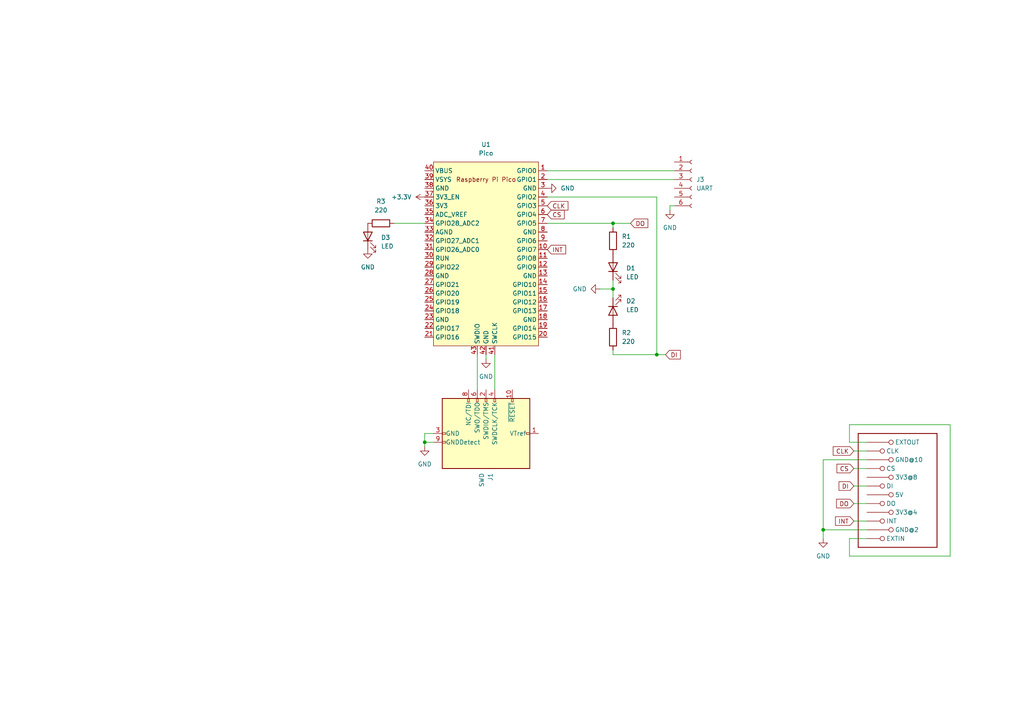
<source format=kicad_sch>
(kicad_sch (version 20211123) (generator eeschema)
  (paper "A4")
  (lib_symbols
    (symbol "Connector:Conn_01x06_Female" (pin_names (offset 1.016) hide)
      (property "Reference" "J" (at 0 7.62 0))
      (property "Value" "Conn_01x06_Female" (at 0 -10.16 0))
      (symbol "Conn_01x06_Female_1_1"
        (arc (start 0 -7.112) (mid -0.508 -7.62) (end 0 -8.128) (stroke (width 0.1524)))
        (arc (start 0 -4.572) (mid -0.508 -5.08) (end 0 -5.588) (stroke (width 0.1524)))
        (arc (start 0 -2.032) (mid -0.508 -2.54) (end 0 -3.048) (stroke (width 0.1524)))
        (polyline (pts (xy -1.27 -7.62) (xy -0.508 -7.62)) (stroke (width 0.1524)))
        (polyline (pts (xy -1.27 -5.08) (xy -0.508 -5.08)) (stroke (width 0.1524)))
        (polyline (pts (xy -1.27 -2.54) (xy -0.508 -2.54)) (stroke (width 0.1524)))
        (polyline (pts (xy -1.27 0) (xy -0.508 0)) (stroke (width 0.1524)))
        (polyline (pts (xy -1.27 2.54) (xy -0.508 2.54)) (stroke (width 0.1524)))
        (polyline (pts (xy -1.27 5.08) (xy -0.508 5.08)) (stroke (width 0.1524)))
        (arc (start 0 0.508) (mid -0.508 0) (end 0 -0.508) (stroke (width 0.1524)))
        (arc (start 0 3.048) (mid -0.508 2.54) (end 0 2.032) (stroke (width 0.1524)))
        (arc (start 0 5.588) (mid -0.508 5.08) (end 0 4.572) (stroke (width 0.1524)))
        (pin passive line (at -5.08 5.08 0) (length 3.81) (name "Pin_1") (number "1"))
        (pin passive line (at -5.08 2.54 0) (length 3.81) (name "Pin_2") (number "2"))
        (pin passive line (at -5.08 0 0) (length 3.81) (name "Pin_3") (number "3"))
        (pin passive line (at -5.08 -2.54 0) (length 3.81) (name "Pin_4") (number "4"))
        (pin passive line (at -5.08 -5.08 0) (length 3.81) (name "Pin_5") (number "5"))
        (pin passive line (at -5.08 -7.62 0) (length 3.81) (name "Pin_6") (number "6"))
      )
    )
    (symbol "Connector:Conn_ARM_JTAG_SWD_10" (pin_names (offset 1.016))
      (property "Reference" "J" (at -2.54 16.51 0))
      (property "Value" "Conn_ARM_JTAG_SWD_10" (at -2.54 13.97 0))
      (symbol "Conn_ARM_JTAG_SWD_10_0_1"
        (rectangle (start -10.16 12.7) (end 10.16 -12.7) (stroke (width 0.254)) (fill (type background)))
        (rectangle (start -2.794 -12.7) (end -2.286 -11.684))
        (rectangle (start -0.254 -12.7) (end 0.254 -11.684))
        (rectangle (start -0.254 12.7) (end 0.254 11.684))
        (rectangle (start 9.144 2.286) (end 10.16 2.794))
        (rectangle (start 10.16 -2.794) (end 9.144 -2.286))
        (rectangle (start 10.16 -0.254) (end 9.144 0.254))
        (rectangle (start 10.16 7.874) (end 9.144 7.366))
      )
      (symbol "Conn_ARM_JTAG_SWD_10_1_1"
        (rectangle (start 9.144 -5.334) (end 10.16 -4.826))
        (pin power_in line (at 0 15.24 270) (length 2.54) (name "VTref") (number "1"))
        (pin open_collector line (at 12.7 7.62 180) (length 2.54) (name "~{RESET}") (number "10"))
        (pin bidirectional line (at 12.7 0 180) (length 2.54) (name "SWDIO/TMS") (number "2"))
        (pin power_in line (at 0 -15.24 90) (length 2.54) (name "GND") (number "3"))
        (pin output line (at 12.7 2.54 180) (length 2.54) (name "SWDCLK/TCK") (number "4"))
        (pin passive line (at 0 -15.24 90) (length 2.54) hide (name "GND") (number "5"))
        (pin input line (at 12.7 -2.54 180) (length 2.54) (name "SWO/TDO") (number "6"))
        (pin no_connect line (at -10.16 0 0) (length 2.54) hide (name "KEY") (number "7"))
        (pin output line (at 12.7 -5.08 180) (length 2.54) (name "NC/TDI") (number "8"))
        (pin passive line (at -2.54 -15.24 90) (length 2.54) (name "GNDDetect") (number "9"))
      )
    )
    (symbol "Device:LED" (pin_numbers hide) (pin_names (offset 1.016) hide)
      (property "Reference" "D" (at 0 2.54 0))
      (property "Value" "LED" (at 0 -2.54 0))
      (symbol "LED_0_1"
        (polyline (pts (xy -1.27 -1.27) (xy -1.27 1.27)) (stroke (width 0.254)))
        (polyline (pts (xy -1.27 0) (xy 1.27 0)))
        (polyline (pts (xy 1.27 -1.27) (xy 1.27 1.27) (xy -1.27 0) (xy 1.27 -1.27)) (stroke (width 0.254)))
        (polyline (pts (xy -3.048 -0.762) (xy -4.572 -2.286) (xy -3.81 -2.286) (xy -4.572 -2.286) (xy -4.572 -1.524)))
        (polyline (pts (xy -1.778 -0.762) (xy -3.302 -2.286) (xy -2.54 -2.286) (xy -3.302 -2.286) (xy -3.302 -1.524)))
      )
      (symbol "LED_1_1"
        (pin passive line (at -3.81 0 0) (length 2.54) (name "K") (number "1"))
        (pin passive line (at 3.81 0 180) (length 2.54) (name "A") (number "2"))
      )
    )
    (symbol "Device:R" (pin_numbers hide) (pin_names (offset 0))
      (property "Reference" "R" (at 2.032 0 90))
      (property "Value" "R" (at 0 0 90))
      (symbol "R_0_1"
        (rectangle (start -1.016 -2.54) (end 1.016 2.54) (stroke (width 0.254)))
      )
      (symbol "R_1_1"
        (pin passive line (at 0 3.81 270) (length 1.27) (name "~") (number "1"))
        (pin passive line (at 0 -3.81 90) (length 1.27) (name "~") (number "2"))
      )
    )
    (symbol "MCU_RaspberryPi_and_Boards:Pico"
      (property "Reference" "U" (at -13.97 27.94 0))
      (property "Value" "Pico" (at 0 19.05 0))
      (symbol "Pico_0_0"
        (text "Raspberry Pi Pico" (at 0 21.59 0) (effects (font (size 1.27 1.27))))
      )
      (symbol "Pico_0_1"
        (rectangle (start -15.24 26.67) (end 15.24 -26.67) (fill (type background)))
      )
      (symbol "Pico_1_1"
        (pin bidirectional line (at -17.78 24.13 0) (length 2.54) (name "GPIO0") (number "1"))
        (pin bidirectional line (at -17.78 1.27 0) (length 2.54) (name "GPIO7") (number "10"))
        (pin bidirectional line (at -17.78 -1.27 0) (length 2.54) (name "GPIO8") (number "11"))
        (pin bidirectional line (at -17.78 -3.81 0) (length 2.54) (name "GPIO9") (number "12"))
        (pin power_in line (at -17.78 -6.35 0) (length 2.54) (name "GND") (number "13"))
        (pin bidirectional line (at -17.78 -8.89 0) (length 2.54) (name "GPIO10") (number "14"))
        (pin bidirectional line (at -17.78 -11.43 0) (length 2.54) (name "GPIO11") (number "15"))
        (pin bidirectional line (at -17.78 -13.97 0) (length 2.54) (name "GPIO12") (number "16"))
        (pin bidirectional line (at -17.78 -16.51 0) (length 2.54) (name "GPIO13") (number "17"))
        (pin power_in line (at -17.78 -19.05 0) (length 2.54) (name "GND") (number "18"))
        (pin bidirectional line (at -17.78 -21.59 0) (length 2.54) (name "GPIO14") (number "19"))
        (pin bidirectional line (at -17.78 21.59 0) (length 2.54) (name "GPIO1") (number "2"))
        (pin bidirectional line (at -17.78 -24.13 0) (length 2.54) (name "GPIO15") (number "20"))
        (pin bidirectional line (at 17.78 -24.13 180) (length 2.54) (name "GPIO16") (number "21"))
        (pin bidirectional line (at 17.78 -21.59 180) (length 2.54) (name "GPIO17") (number "22"))
        (pin power_in line (at 17.78 -19.05 180) (length 2.54) (name "GND") (number "23"))
        (pin bidirectional line (at 17.78 -16.51 180) (length 2.54) (name "GPIO18") (number "24"))
        (pin bidirectional line (at 17.78 -13.97 180) (length 2.54) (name "GPIO19") (number "25"))
        (pin bidirectional line (at 17.78 -11.43 180) (length 2.54) (name "GPIO20") (number "26"))
        (pin bidirectional line (at 17.78 -8.89 180) (length 2.54) (name "GPIO21") (number "27"))
        (pin power_in line (at 17.78 -6.35 180) (length 2.54) (name "GND") (number "28"))
        (pin bidirectional line (at 17.78 -3.81 180) (length 2.54) (name "GPIO22") (number "29"))
        (pin power_in line (at -17.78 19.05 0) (length 2.54) (name "GND") (number "3"))
        (pin input line (at 17.78 -1.27 180) (length 2.54) (name "RUN") (number "30"))
        (pin bidirectional line (at 17.78 1.27 180) (length 2.54) (name "GPIO26_ADC0") (number "31"))
        (pin bidirectional line (at 17.78 3.81 180) (length 2.54) (name "GPIO27_ADC1") (number "32"))
        (pin power_in line (at 17.78 6.35 180) (length 2.54) (name "AGND") (number "33"))
        (pin bidirectional line (at 17.78 8.89 180) (length 2.54) (name "GPIO28_ADC2") (number "34"))
        (pin power_in line (at 17.78 11.43 180) (length 2.54) (name "ADC_VREF") (number "35"))
        (pin power_in line (at 17.78 13.97 180) (length 2.54) (name "3V3") (number "36"))
        (pin input line (at 17.78 16.51 180) (length 2.54) (name "3V3_EN") (number "37"))
        (pin bidirectional line (at 17.78 19.05 180) (length 2.54) (name "GND") (number "38"))
        (pin power_in line (at 17.78 21.59 180) (length 2.54) (name "VSYS") (number "39"))
        (pin bidirectional line (at -17.78 16.51 0) (length 2.54) (name "GPIO2") (number "4"))
        (pin power_in line (at 17.78 24.13 180) (length 2.54) (name "VBUS") (number "40"))
        (pin input line (at -2.54 -29.21 90) (length 2.54) (name "SWCLK") (number "41"))
        (pin power_in line (at 0 -29.21 90) (length 2.54) (name "GND") (number "42"))
        (pin bidirectional line (at 2.54 -29.21 90) (length 2.54) (name "SWDIO") (number "43"))
        (pin bidirectional line (at -17.78 13.97 0) (length 2.54) (name "GPIO3") (number "5"))
        (pin bidirectional line (at -17.78 11.43 0) (length 2.54) (name "GPIO4") (number "6"))
        (pin bidirectional line (at -17.78 8.89 0) (length 2.54) (name "GPIO5") (number "7"))
        (pin power_in line (at -17.78 6.35 0) (length 2.54) (name "GND") (number "8"))
        (pin bidirectional line (at -17.78 3.81 0) (length 2.54) (name "GPIO6") (number "9"))
      )
    )
    (symbol "gc_memcard:GC_MEMCARD"
      (symbol "GC_MEMCARD_1_0"
        (polyline (pts (xy -15.24 -10.16) (xy -15.24 12.7)) (stroke (width 0.254)))
        (polyline (pts (xy -15.24 12.7) (xy 17.78 12.7)) (stroke (width 0.254)))
        (polyline (pts (xy 17.78 -10.16) (xy -15.24 -10.16)) (stroke (width 0.254)))
        (polyline (pts (xy 17.78 12.7) (xy 17.78 -10.16)) (stroke (width 0.254)))
        (pin bidirectional inverted (at 15.24 10.16 270) (length 5.08) (name "EXTIN") (number "1"))
        (pin bidirectional inverted (at -7.62 10.16 270) (length 7.62) (name "GND@10") (number "10"))
        (pin bidirectional inverted (at -10.16 10.16 270) (length 5.08) (name "CLK") (number "11"))
        (pin bidirectional inverted (at -12.7 10.16 270) (length 7.62) (name "EXTOUT") (number "12"))
        (pin bidirectional inverted (at 12.7 10.16 270) (length 7.62) (name "GND@2") (number "2"))
        (pin bidirectional inverted (at 10.16 10.16 270) (length 5.08) (name "INT") (number "3"))
        (pin bidirectional inverted (at 7.62 10.16 270) (length 7.62) (name "3V3@4") (number "4"))
        (pin bidirectional inverted (at 5.08 10.16 270) (length 5.08) (name "DO") (number "5"))
        (pin bidirectional inverted (at 2.54 10.16 270) (length 7.62) (name "5V") (number "6"))
        (pin bidirectional inverted (at 0 10.16 270) (length 5.08) (name "DI") (number "7"))
        (pin bidirectional inverted (at -2.54 10.16 270) (length 7.62) (name "3V3@8") (number "8"))
        (pin bidirectional inverted (at -5.08 10.16 270) (length 5.08) (name "CS") (number "9"))
      )
    )
    (symbol "power:+3.3V" (power) (pin_names (offset 0))
      (property "Value" "+3.3V" (at 0 3.556 0))
      (symbol "+3.3V_0_1"
        (polyline (pts (xy -0.762 1.27) (xy 0 2.54)))
        (polyline (pts (xy 0 0) (xy 0 2.54)))
        (polyline (pts (xy 0 2.54) (xy 0.762 1.27)))
      )
      (symbol "+3.3V_1_1"
        (pin power_in line (at 0 0 90) (length 0) hide (name "+3.3V") (number "1"))
      )
    )
    (symbol "power:GND" (power) (pin_names (offset 0))
      (property "Value" "GND" (at 0 -3.81 0))
      (symbol "GND_0_1"
        (polyline (pts (xy 0 0) (xy 0 -1.27) (xy 1.27 -1.27) (xy 0 -2.54) (xy -1.27 -1.27) (xy 0 -1.27)))
      )
      (symbol "GND_1_1"
        (pin power_in line (at 0 0 270) (length 0) hide (name "GND") (number "1"))
      )
    )
  )
  (junction (at 177.8 64.77))
  (junction (at 123.19 128.27))
  (junction (at 190.5 102.87))
  (junction (at 177.8 83.82))
  (junction (at 238.76 153.67))
  (wire (pts (xy 143.51 102.87) (xy 143.51 113.03)))
  (wire (pts (xy 246.38 156.21) (xy 246.38 161.29)))
  (wire (pts (xy 123.19 128.27) (xy 123.19 125.73)))
  (wire (pts (xy 123.19 125.73) (xy 125.73 125.73)))
  (wire (pts (xy 177.8 83.82) (xy 173.99 83.82)))
  (wire (pts (xy 195.58 59.69) (xy 194.31 59.69)))
  (wire (pts (xy 275.59 123.19) (xy 246.38 123.19)))
  (wire (pts (xy 177.8 83.82) (xy 177.8 86.36)))
  (wire (pts (xy 158.75 52.07) (xy 195.58 52.07)))
  (wire (pts (xy 190.5 57.15) (xy 190.5 102.87)))
  (wire (pts (xy 138.43 102.87) (xy 138.43 113.03)))
  (wire (pts (xy 247.65 130.81) (xy 251.46 130.81)))
  (wire (pts (xy 238.76 133.35) (xy 238.76 153.67)))
  (wire (pts (xy 194.31 59.69) (xy 194.31 60.96)))
  (wire (pts (xy 246.38 128.27) (xy 251.46 128.27)))
  (wire (pts (xy 158.75 57.15) (xy 190.5 57.15)))
  (wire (pts (xy 246.38 161.29) (xy 275.59 161.29)))
  (wire (pts (xy 123.19 129.54) (xy 123.19 128.27)))
  (wire (pts (xy 247.65 135.89) (xy 251.46 135.89)))
  (wire (pts (xy 247.65 146.05) (xy 251.46 146.05)))
  (wire (pts (xy 140.97 104.14) (xy 140.97 102.87)))
  (wire (pts (xy 238.76 153.67) (xy 238.76 156.21)))
  (wire (pts (xy 114.3 64.77) (xy 123.19 64.77)))
  (wire (pts (xy 123.19 128.27) (xy 125.73 128.27)))
  (wire (pts (xy 177.8 102.87) (xy 190.5 102.87)))
  (wire (pts (xy 158.75 64.77) (xy 177.8 64.77)))
  (wire (pts (xy 158.75 49.53) (xy 195.58 49.53)))
  (wire (pts (xy 251.46 133.35) (xy 238.76 133.35)))
  (wire (pts (xy 247.65 151.13) (xy 251.46 151.13)))
  (wire (pts (xy 251.46 156.21) (xy 246.38 156.21)))
  (wire (pts (xy 247.65 140.97) (xy 251.46 140.97)))
  (wire (pts (xy 177.8 64.77) (xy 182.88 64.77)))
  (wire (pts (xy 177.8 81.28) (xy 177.8 83.82)))
  (wire (pts (xy 238.76 153.67) (xy 251.46 153.67)))
  (wire (pts (xy 177.8 66.04) (xy 177.8 64.77)))
  (wire (pts (xy 177.8 102.87) (xy 177.8 101.6)))
  (wire (pts (xy 275.59 161.29) (xy 275.59 123.19)))
  (wire (pts (xy 190.5 102.87) (xy 193.04 102.87)))
  (wire (pts (xy 246.38 123.19) (xy 246.38 128.27)))
  (global_label "INT" (shape input) (at 247.65 151.13 180) (property "Intersheet References" "${INTERSHEET_REFS}" (effects hide)))
  (global_label "CS" (shape input) (at 158.75 62.23 0) (property "Intersheet References" "${INTERSHEET_REFS}" (effects hide)))
  (global_label "DI" (shape input) (at 193.04 102.87 0) (property "Intersheet References" "${INTERSHEET_REFS}" (effects hide)))
  (global_label "CS" (shape input) (at 247.65 135.89 180) (property "Intersheet References" "${INTERSHEET_REFS}" (effects hide)))
  (global_label "DO" (shape input) (at 182.88 64.77 0) (property "Intersheet References" "${INTERSHEET_REFS}" (effects hide)))
  (global_label "INT" (shape input) (at 158.75 72.39 0) (property "Intersheet References" "${INTERSHEET_REFS}" (effects hide)))
  (global_label "CLK" (shape input) (at 247.65 130.81 180) (property "Intersheet References" "${INTERSHEET_REFS}" (effects hide)))
  (global_label "DO" (shape input) (at 247.65 146.05 180) (property "Intersheet References" "${INTERSHEET_REFS}" (effects hide)))
  (global_label "DI" (shape input) (at 247.65 140.97 180) (property "Intersheet References" "${INTERSHEET_REFS}" (effects hide)))
  (global_label "CLK" (shape input) (at 158.75 59.69 0) (property "Intersheet References" "${INTERSHEET_REFS}" (effects hide)))
  (symbol (lib_id "power:GND") (at 158.75 54.61 90) (mirror x) (unit 1)
    (property "Reference" "#PWR0101" (effects hide))
    (property "Value" "GND" (at 162.56 54.6099 90) (effects (justify right)))
  )
  (symbol (lib_id "Device:R") (at 177.8 69.85 0) (unit 1)
    (property "Reference" "R1" (at 180.34 68.5799 0) (effects (justify left)))
    (property "Value" "220" (at 180.34 71.1199 0) (effects (justify left)))
    (property "Footprint" "Resistor_SMD:R_0805_2012Metric" (effects hide))
  )
  (symbol (lib_id "Device:LED") (at 177.8 90.17 90) (mirror x) (unit 1)
    (property "Reference" "D2" (at 181.61 87.3124 90) (effects (justify right)))
    (property "Value" "LED" (at 181.61 89.8524 90) (effects (justify right)))
    (property "Footprint" "LED_SMD:LED_0805_2012Metric" (effects hide))
  )
  (symbol (lib_id "Device:R") (at 177.8 97.79 0) (unit 1)
    (property "Reference" "R2" (at 180.34 96.5199 0) (effects (justify left)))
    (property "Value" "220" (at 180.34 99.0599 0) (effects (justify left)))
    (property "Footprint" "Resistor_SMD:R_0805_2012Metric" (effects hide))
  )
  (symbol (lib_id "Device:LED") (at 177.8 77.47 90) (unit 1)
    (property "Reference" "D1" (at 181.61 77.7874 90) (effects (justify right)))
    (property "Value" "LED" (at 181.61 80.3274 90) (effects (justify right)))
    (property "Footprint" "LED_SMD:LED_0805_2012Metric" (effects hide))
  )
  (symbol (lib_id "power:GND") (at 238.76 156.21 0) (unit 1)
    (property "Reference" "#PWR07" (effects hide))
    (property "Value" "GND" (at 238.76 161.29 0))
  )
  (symbol (lib_id "power:GND") (at 123.19 129.54 0) (unit 1)
    (property "Reference" "#PWR03" (effects hide))
    (property "Value" "GND" (at 123.19 134.62 0))
  )
  (symbol (lib_id "gc_memcard:GC_MEMCARD") (at 261.62 140.97 90) (mirror x) (unit 1)
    (property "Reference" "J2" (effects hide))
    (property "Value" "Memcard" (effects hide))
    (property "Footprint" "gecko:GC_MEMCARD" (effects hide))
  )
  (symbol (lib_id "power:+3.3V") (at 123.19 57.15 90) (unit 1)
    (property "Reference" "#PWR02" (effects hide))
    (property "Value" "+3.3V" (at 119.38 57.1499 90) (effects (justify left)))
  )
  (symbol (lib_id "power:GND") (at 194.31 60.96 0) (unit 1)
    (property "Reference" "#PWR06" (effects hide))
    (property "Value" "GND" (at 194.31 66.04 0))
  )
  (symbol (lib_id "Device:LED") (at 106.68 68.58 90) (unit 1)
    (property "Reference" "D3" (at 110.49 68.8974 90) (effects (justify right)))
    (property "Value" "LED" (at 110.49 71.4374 90) (effects (justify right)))
    (property "Footprint" "LED_SMD:LED_0805_2012Metric" (effects hide))
  )
  (symbol (lib_id "Connector:Conn_ARM_JTAG_SWD_10") (at 140.97 125.73 270) (mirror x) (unit 1)
    (property "Reference" "J1" (at 142.2401 137.16 0) (effects (justify right)))
    (property "Value" "SWD" (at 139.7001 137.16 0) (effects (justify right)))
    (property "Footprint" "Connector_PinHeader_2.54mm:PinHeader_2x05_P2.54mm_Vertical" (effects hide))
    (property "Datasheet" "http://infocenter.arm.com/help/topic/com.arm.doc.ddi0314h/DDI0314H_coresight_components_trm.pdf" (effects hide))
  )
  (symbol (lib_id "power:GND") (at 140.97 104.14 0) (unit 1)
    (property "Reference" "#PWR04" (effects hide))
    (property "Value" "GND" (at 140.97 109.22 0))
  )
  (symbol (lib_id "Device:R") (at 110.49 64.77 270) (unit 1)
    (property "Reference" "R3" (at 110.49 58.42 90))
    (property "Value" "220" (at 110.49 60.96 90))
    (property "Footprint" "Resistor_SMD:R_0805_2012Metric" (effects hide))
  )
  (symbol (lib_id "power:GND") (at 106.68 72.39 0) (unit 1)
    (property "Reference" "#PWR01" (effects hide))
    (property "Value" "GND" (at 106.68 77.47 0))
  )
  (symbol (lib_id "Connector:Conn_01x06_Female") (at 200.66 52.07 0) (unit 1)
    (property "Reference" "J3" (at 201.93 52.0699 0) (effects (justify left)))
    (property "Value" "UART" (at 201.93 54.6099 0) (effects (justify left)))
    (property "Footprint" "Connector_PinHeader_2.54mm:PinHeader_1x06_P2.54mm_Vertical" (effects hide))
  )
  (symbol (lib_id "power:GND") (at 173.99 83.82 270) (unit 1)
    (property "Reference" "#PWR05" (effects hide))
    (property "Value" "GND" (at 170.18 83.8199 90) (effects (justify right)))
  )
  (symbol (lib_id "MCU_RaspberryPi_and_Boards:Pico") (at 140.97 73.66 0) (mirror y) (unit 1)
    (property "Reference" "U1" (at 140.97 41.91 0))
    (property "Value" "Pico" (at 140.97 44.45 0))
    (property "Footprint" "MCU_RaspberryPi_and_Boards:RPi_Pico_SMD_TH" (effects hide))
  )
)
</source>
